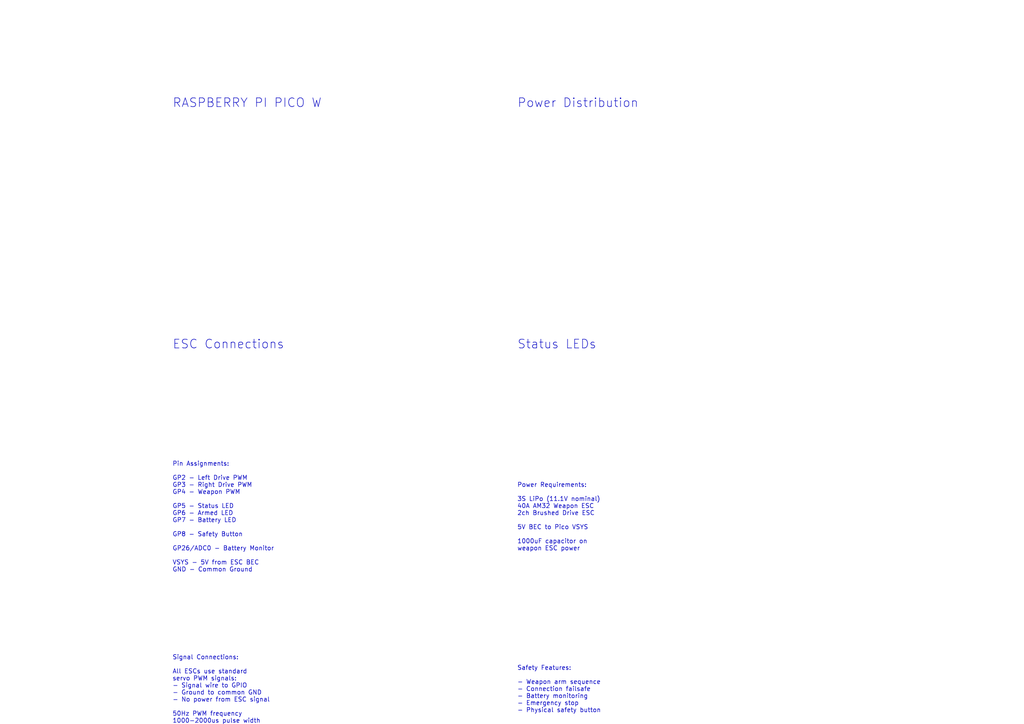
<source format=kicad_sch>
(kicad_sch (version 20211123) (generator eeschema)

  (uuid e63e39d7-6ac0-4ffd-8aa3-1841c4c47536)

  (paper "A4")

  (title_block
    (title "Antweight Combat Robot Control System")
    (date "2025-01-16")
    (rev "1.0")
    (company "ThumbsUp Robot")
    (comment 1 "Raspberry Pi Pico W based combat robot controller")
    (comment 2 "3S LiPo powered with brushed drive and brushless weapon")
  )

  (lib_symbols)

  (text "RASPBERRY PI PICO W" (at 50 30 0)
    (effects (font (size 2.54 2.54)) (justify left))
  )

  (text "Power Distribution" (at 150 30 0)
    (effects (font (size 2.54 2.54)) (justify left))
  )

  (text "ESC Connections" (at 50 100 0)
    (effects (font (size 2.54 2.54)) (justify left))
  )

  (text "Status LEDs" (at 150 100 0)
    (effects (font (size 2.54 2.54)) (justify left))
  )

  (text "Pin Assignments:\n\nGP2 - Left Drive PWM\nGP3 - Right Drive PWM\nGP4 - Weapon PWM\n\nGP5 - Status LED\nGP6 - Armed LED\nGP7 - Battery LED\n\nGP8 - Safety Button\n\nGP26/ADC0 - Battery Monitor\n\nVSYS - 5V from ESC BEC\nGND - Common Ground" (at 50 150 0)
    (effects (font (size 1.27 1.27)) (justify left))
  )

  (text "Power Requirements:\n\n3S LiPo (11.1V nominal)\n40A AM32 Weapon ESC\n2ch Brushed Drive ESC\n\n5V BEC to Pico VSYS\n\n1000uF capacitor on\nweapon ESC power" (at 150 150 0)
    (effects (font (size 1.27 1.27)) (justify left))
  )

  (text "Signal Connections:\n\nAll ESCs use standard\nservo PWM signals:\n- Signal wire to GPIO\n- Ground to common GND\n- No power from ESC signal\n\n50Hz PWM frequency\n1000-2000us pulse width" (at 50 200 0)
    (effects (font (size 1.27 1.27)) (justify left))
  )

  (text "Safety Features:\n\n- Weapon arm sequence\n- Connection failsafe\n- Battery monitoring\n- Emergency stop\n- Physical safety button" (at 150 200 0)
    (effects (font (size 1.27 1.27)) (justify left))
  )

)
</source>
